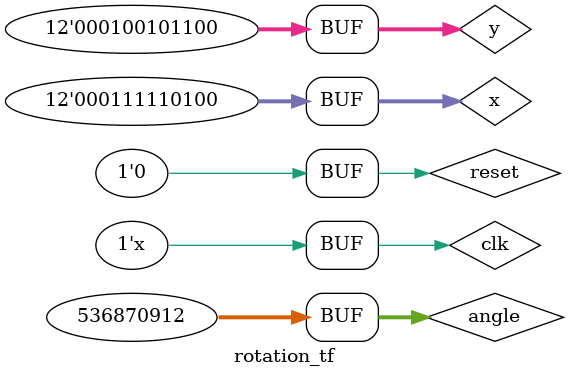
<source format=v>
`timescale 1ns / 1ps


module rotation_tf;

	// Inputs
	reg clk;
	reg reset;
	reg signed [31:0] angle;
	reg signed [11:0] x;
	reg signed [11:0] y;

	// Outputs
	wire signed [11:0] x_rot;
	wire signed [10:0] y_rot;

	// Instantiate the Unit Under Test (UUT)
	rotation uut (
		.clk(clk), 
		.reset(reset), 
		.angle(angle), 
		.x(x), 
		.y(y), 
		.x_rot(x_rot), 
		.y_rot(y_rot)
	);
		
	always #12 clk = !clk; // 25 ns clock
	
	initial begin
		// Initialize Inputs
		clk = 0;
		reset = 0;
		angle = 0;
		x = 0;
		y = 0;		
		
		// Wait 100 ns for global reset to finish
		#100;        
		// Add stimulus here
		
		x = 200;		
		y = 400;
		angle = 32'b00100000000000000000000000000000;
		
		#24
		x = 500;
		y = 300;
		angle = 32'b00100000000000000000000000000000;
		
		
	end
      
endmodule


</source>
